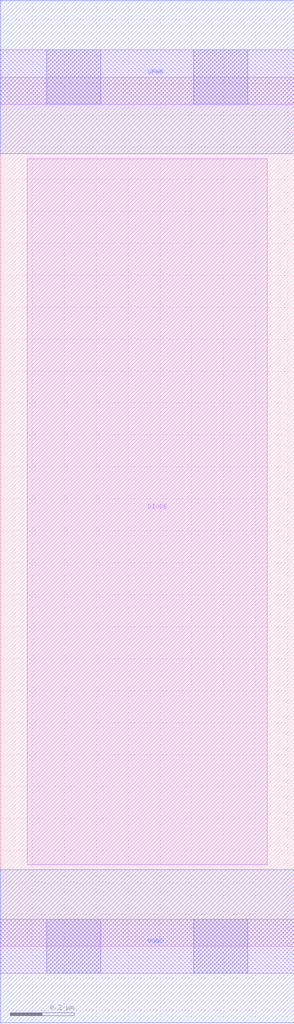
<source format=lef>
# Copyright 2020 The SkyWater PDK Authors
#
# Licensed under the Apache License, Version 2.0 (the "License");
# you may not use this file except in compliance with the License.
# You may obtain a copy of the License at
#
#     https://www.apache.org/licenses/LICENSE-2.0
#
# Unless required by applicable law or agreed to in writing, software
# distributed under the License is distributed on an "AS IS" BASIS,
# WITHOUT WARRANTIES OR CONDITIONS OF ANY KIND, either express or implied.
# See the License for the specific language governing permissions and
# limitations under the License.
#
# SPDX-License-Identifier: Apache-2.0

VERSION 5.7 ;
  NOWIREEXTENSIONATPIN ON ;
  DIVIDERCHAR "/" ;
  BUSBITCHARS "[]" ;
UNITS
  DATABASE MICRONS 200 ;
END UNITS
MACRO sky130_fd_sc_hd__diode_2
  CLASS CORE ;
  FOREIGN sky130_fd_sc_hd__diode_2 ;
  ORIGIN  0.000000  0.000000 ;
  SIZE  0.920000 BY  2.720000 ;
  SYMMETRY X Y R90 ;
  SITE unithd ;
  PIN DIODE
    ANTENNADIFFAREA  0.434700 ;
    DIRECTION INPUT ;
    USE SIGNAL ;
    PORT
      LAYER li1 ;
        RECT 0.085000 0.255000 0.835000 2.465000 ;
    END
  END DIODE
  PIN VGND
    DIRECTION INOUT ;
    SHAPE ABUTMENT ;
    USE GROUND ;
    PORT
      LAYER met1 ;
        RECT 0.000000 -0.240000 0.920000 0.240000 ;
    END
  END VGND
  PIN VPWR
    DIRECTION INOUT ;
    SHAPE ABUTMENT ;
    USE POWER ;
    PORT
      LAYER met1 ;
        RECT 0.000000 2.480000 0.920000 2.960000 ;
    END
  END VPWR
  OBS
    LAYER li1 ;
      RECT 0.000000 -0.085000 0.920000 0.085000 ;
      RECT 0.000000  2.635000 0.920000 2.805000 ;
    LAYER mcon ;
      RECT 0.145000 -0.085000 0.315000 0.085000 ;
      RECT 0.145000  2.635000 0.315000 2.805000 ;
      RECT 0.605000 -0.085000 0.775000 0.085000 ;
      RECT 0.605000  2.635000 0.775000 2.805000 ;
  END
END sky130_fd_sc_hd__diode_2
END LIBRARY

</source>
